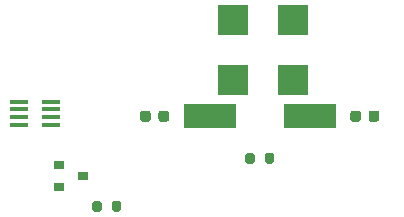
<source format=gbp>
%TF.GenerationSoftware,KiCad,Pcbnew,5.1.9+dfsg1-1*%
%TF.CreationDate,2021-05-17T22:01:10+02:00*%
%TF.ProjectId,PIC32MXCubeV1,50494333-324d-4584-9375-626556312e6b,rev?*%
%TF.SameCoordinates,Original*%
%TF.FileFunction,Paste,Bot*%
%TF.FilePolarity,Positive*%
%FSLAX46Y46*%
G04 Gerber Fmt 4.6, Leading zero omitted, Abs format (unit mm)*
G04 Created by KiCad (PCBNEW 5.1.9+dfsg1-1) date 2021-05-17 22:01:10*
%MOMM*%
%LPD*%
G01*
G04 APERTURE LIST*
%ADD10R,2.540000X2.540000*%
%ADD11R,1.560000X0.400000*%
%ADD12R,0.900000X0.800000*%
%ADD13R,4.500000X2.000000*%
G04 APERTURE END LIST*
%TO.C,R3005*%
G36*
G01*
X160191000Y-94255000D02*
X160191000Y-93705000D01*
G75*
G02*
X160391000Y-93505000I200000J0D01*
G01*
X160791000Y-93505000D01*
G75*
G02*
X160991000Y-93705000I0J-200000D01*
G01*
X160991000Y-94255000D01*
G75*
G02*
X160791000Y-94455000I-200000J0D01*
G01*
X160391000Y-94455000D01*
G75*
G02*
X160191000Y-94255000I0J200000D01*
G01*
G37*
G36*
G01*
X158541000Y-94255000D02*
X158541000Y-93705000D01*
G75*
G02*
X158741000Y-93505000I200000J0D01*
G01*
X159141000Y-93505000D01*
G75*
G02*
X159341000Y-93705000I0J-200000D01*
G01*
X159341000Y-94255000D01*
G75*
G02*
X159141000Y-94455000I-200000J0D01*
G01*
X158741000Y-94455000D01*
G75*
G02*
X158541000Y-94255000I0J200000D01*
G01*
G37*
%TD*%
D10*
%TO.C,Y2002*%
X175514000Y-78232000D03*
X170434000Y-78232000D03*
X170434000Y-83312000D03*
X175514000Y-83312000D03*
%TD*%
%TO.C,C2001*%
G36*
G01*
X180385000Y-86610000D02*
X180385000Y-86110000D01*
G75*
G02*
X180610000Y-85885000I225000J0D01*
G01*
X181060000Y-85885000D01*
G75*
G02*
X181285000Y-86110000I0J-225000D01*
G01*
X181285000Y-86610000D01*
G75*
G02*
X181060000Y-86835000I-225000J0D01*
G01*
X180610000Y-86835000D01*
G75*
G02*
X180385000Y-86610000I0J225000D01*
G01*
G37*
G36*
G01*
X181935000Y-86610000D02*
X181935000Y-86110000D01*
G75*
G02*
X182160000Y-85885000I225000J0D01*
G01*
X182610000Y-85885000D01*
G75*
G02*
X182835000Y-86110000I0J-225000D01*
G01*
X182835000Y-86610000D01*
G75*
G02*
X182610000Y-86835000I-225000J0D01*
G01*
X182160000Y-86835000D01*
G75*
G02*
X181935000Y-86610000I0J225000D01*
G01*
G37*
%TD*%
%TO.C,C2002*%
G36*
G01*
X163492000Y-86110000D02*
X163492000Y-86610000D01*
G75*
G02*
X163267000Y-86835000I-225000J0D01*
G01*
X162817000Y-86835000D01*
G75*
G02*
X162592000Y-86610000I0J225000D01*
G01*
X162592000Y-86110000D01*
G75*
G02*
X162817000Y-85885000I225000J0D01*
G01*
X163267000Y-85885000D01*
G75*
G02*
X163492000Y-86110000I0J-225000D01*
G01*
G37*
G36*
G01*
X165042000Y-86110000D02*
X165042000Y-86610000D01*
G75*
G02*
X164817000Y-86835000I-225000J0D01*
G01*
X164367000Y-86835000D01*
G75*
G02*
X164142000Y-86610000I0J225000D01*
G01*
X164142000Y-86110000D01*
G75*
G02*
X164367000Y-85885000I225000J0D01*
G01*
X164817000Y-85885000D01*
G75*
G02*
X165042000Y-86110000I0J-225000D01*
G01*
G37*
%TD*%
%TO.C,R2001*%
G36*
G01*
X171495000Y-90191000D02*
X171495000Y-89641000D01*
G75*
G02*
X171695000Y-89441000I200000J0D01*
G01*
X172095000Y-89441000D01*
G75*
G02*
X172295000Y-89641000I0J-200000D01*
G01*
X172295000Y-90191000D01*
G75*
G02*
X172095000Y-90391000I-200000J0D01*
G01*
X171695000Y-90391000D01*
G75*
G02*
X171495000Y-90191000I0J200000D01*
G01*
G37*
G36*
G01*
X173145000Y-90191000D02*
X173145000Y-89641000D01*
G75*
G02*
X173345000Y-89441000I200000J0D01*
G01*
X173745000Y-89441000D01*
G75*
G02*
X173945000Y-89641000I0J-200000D01*
G01*
X173945000Y-90191000D01*
G75*
G02*
X173745000Y-90391000I-200000J0D01*
G01*
X173345000Y-90391000D01*
G75*
G02*
X173145000Y-90191000I0J200000D01*
G01*
G37*
%TD*%
D11*
%TO.C,U2002*%
X152320000Y-87086000D03*
X152320000Y-86436000D03*
X152320000Y-85776000D03*
X152320000Y-85126000D03*
X155020000Y-85126000D03*
X155020000Y-85776000D03*
X155020000Y-86436000D03*
X155020000Y-87086000D03*
%TD*%
D12*
%TO.C,U2003*%
X155718000Y-92390000D03*
X155718000Y-90490000D03*
X157718000Y-91440000D03*
%TD*%
D13*
%TO.C,Y2001*%
X176970000Y-86360000D03*
X168470000Y-86360000D03*
%TD*%
M02*

</source>
